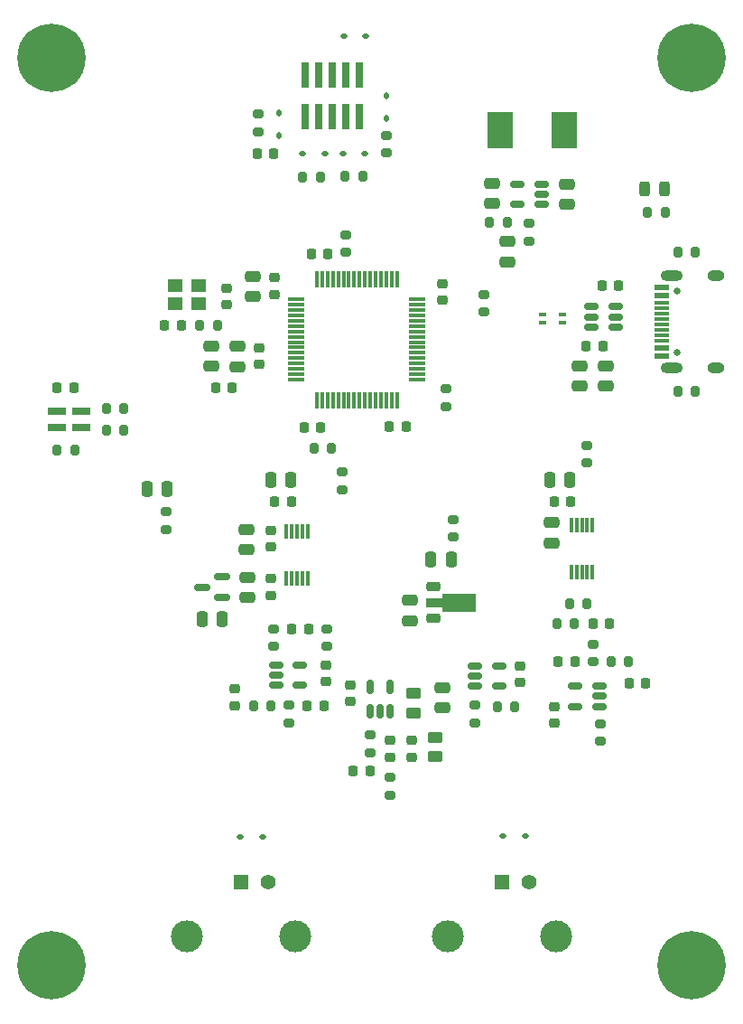
<source format=gbr>
%TF.GenerationSoftware,KiCad,Pcbnew,9.0.0*%
%TF.CreationDate,2025-12-13T14:21:09+02:00*%
%TF.ProjectId,mixed_signal_hw_pcb,6d697865-645f-4736-9967-6e616c5f6877,rev?*%
%TF.SameCoordinates,Original*%
%TF.FileFunction,Soldermask,Top*%
%TF.FilePolarity,Negative*%
%FSLAX46Y46*%
G04 Gerber Fmt 4.6, Leading zero omitted, Abs format (unit mm)*
G04 Created by KiCad (PCBNEW 9.0.0) date 2025-12-13 14:21:09*
%MOMM*%
%LPD*%
G01*
G04 APERTURE LIST*
G04 Aperture macros list*
%AMRoundRect*
0 Rectangle with rounded corners*
0 $1 Rounding radius*
0 $2 $3 $4 $5 $6 $7 $8 $9 X,Y pos of 4 corners*
0 Add a 4 corners polygon primitive as box body*
4,1,4,$2,$3,$4,$5,$6,$7,$8,$9,$2,$3,0*
0 Add four circle primitives for the rounded corners*
1,1,$1+$1,$2,$3*
1,1,$1+$1,$4,$5*
1,1,$1+$1,$6,$7*
1,1,$1+$1,$8,$9*
0 Add four rect primitives between the rounded corners*
20,1,$1+$1,$2,$3,$4,$5,0*
20,1,$1+$1,$4,$5,$6,$7,0*
20,1,$1+$1,$6,$7,$8,$9,0*
20,1,$1+$1,$8,$9,$2,$3,0*%
%AMFreePoly0*
4,1,9,3.862500,-0.866500,0.737500,-0.866500,0.737500,-0.450000,-0.737500,-0.450000,-0.737500,0.450000,0.737500,0.450000,0.737500,0.866500,3.862500,0.866500,3.862500,-0.866500,3.862500,-0.866500,$1*%
G04 Aperture macros list end*
%ADD10R,0.300000X1.450000*%
%ADD11RoundRect,0.200000X-0.275000X0.200000X-0.275000X-0.200000X0.275000X-0.200000X0.275000X0.200000X0*%
%ADD12RoundRect,0.225000X0.250000X-0.225000X0.250000X0.225000X-0.250000X0.225000X-0.250000X-0.225000X0*%
%ADD13RoundRect,0.250000X-0.475000X0.250000X-0.475000X-0.250000X0.475000X-0.250000X0.475000X0.250000X0*%
%ADD14RoundRect,0.218750X0.218750X0.256250X-0.218750X0.256250X-0.218750X-0.256250X0.218750X-0.256250X0*%
%ADD15RoundRect,0.250000X0.250000X0.475000X-0.250000X0.475000X-0.250000X-0.475000X0.250000X-0.475000X0*%
%ADD16RoundRect,0.225000X0.225000X0.250000X-0.225000X0.250000X-0.225000X-0.250000X0.225000X-0.250000X0*%
%ADD17RoundRect,0.225000X-0.425000X-0.225000X0.425000X-0.225000X0.425000X0.225000X-0.425000X0.225000X0*%
%ADD18FreePoly0,0.000000*%
%ADD19R,1.400000X1.400000*%
%ADD20C,1.400000*%
%ADD21C,3.000000*%
%ADD22RoundRect,0.200000X-0.200000X-0.275000X0.200000X-0.275000X0.200000X0.275000X-0.200000X0.275000X0*%
%ADD23RoundRect,0.200000X0.275000X-0.200000X0.275000X0.200000X-0.275000X0.200000X-0.275000X-0.200000X0*%
%ADD24RoundRect,0.250000X0.475000X-0.250000X0.475000X0.250000X-0.475000X0.250000X-0.475000X-0.250000X0*%
%ADD25R,1.752600X0.762000*%
%ADD26RoundRect,0.200000X0.200000X0.275000X-0.200000X0.275000X-0.200000X-0.275000X0.200000X-0.275000X0*%
%ADD27C,0.800000*%
%ADD28C,6.400000*%
%ADD29RoundRect,0.112500X0.187500X0.112500X-0.187500X0.112500X-0.187500X-0.112500X0.187500X-0.112500X0*%
%ADD30RoundRect,0.112500X-0.112500X0.187500X-0.112500X-0.187500X0.112500X-0.187500X0.112500X0.187500X0*%
%ADD31RoundRect,0.243750X0.243750X0.456250X-0.243750X0.456250X-0.243750X-0.456250X0.243750X-0.456250X0*%
%ADD32RoundRect,0.250000X-0.450000X0.262500X-0.450000X-0.262500X0.450000X-0.262500X0.450000X0.262500X0*%
%ADD33RoundRect,0.150000X-0.512500X-0.150000X0.512500X-0.150000X0.512500X0.150000X-0.512500X0.150000X0*%
%ADD34RoundRect,0.225000X-0.250000X0.225000X-0.250000X-0.225000X0.250000X-0.225000X0.250000X0.225000X0*%
%ADD35RoundRect,0.225000X-0.225000X-0.250000X0.225000X-0.250000X0.225000X0.250000X-0.225000X0.250000X0*%
%ADD36R,0.750000X0.400000*%
%ADD37RoundRect,0.112500X-0.187500X-0.112500X0.187500X-0.112500X0.187500X0.112500X-0.187500X0.112500X0*%
%ADD38RoundRect,0.150000X0.512500X0.150000X-0.512500X0.150000X-0.512500X-0.150000X0.512500X-0.150000X0*%
%ADD39R,0.740000X2.400000*%
%ADD40RoundRect,0.150000X0.150000X-0.512500X0.150000X0.512500X-0.150000X0.512500X-0.150000X-0.512500X0*%
%ADD41RoundRect,0.075000X-0.700000X-0.075000X0.700000X-0.075000X0.700000X0.075000X-0.700000X0.075000X0*%
%ADD42RoundRect,0.075000X-0.075000X-0.700000X0.075000X-0.700000X0.075000X0.700000X-0.075000X0.700000X0*%
%ADD43R,1.400000X1.200000*%
%ADD44C,0.650000*%
%ADD45R,1.450000X0.600000*%
%ADD46R,1.450000X0.300000*%
%ADD47O,2.100000X1.000000*%
%ADD48O,1.600000X1.000000*%
%ADD49RoundRect,0.112500X0.112500X-0.187500X0.112500X0.187500X-0.112500X0.187500X-0.112500X-0.187500X0*%
%ADD50R,2.350000X3.500000*%
%ADD51RoundRect,0.150000X0.587500X0.150000X-0.587500X0.150000X-0.587500X-0.150000X0.587500X-0.150000X0*%
%ADD52RoundRect,0.250000X0.450000X-0.262500X0.450000X0.262500X-0.450000X0.262500X-0.450000X-0.262500X0*%
G04 APERTURE END LIST*
D10*
%TO.C,U303*%
X86000000Y-79250000D03*
X86500000Y-79250000D03*
X87000000Y-79250000D03*
X87500000Y-79250000D03*
X88000000Y-79250000D03*
X88000000Y-74850000D03*
X87500000Y-74850000D03*
X87000000Y-74850000D03*
X86500000Y-74850000D03*
X86000000Y-74850000D03*
%TD*%
%TO.C,U400*%
X112712500Y-78675000D03*
X113212500Y-78675000D03*
X113712500Y-78675000D03*
X114212500Y-78675000D03*
X114712500Y-78675000D03*
X114712500Y-74275000D03*
X114212500Y-74275000D03*
X113712500Y-74275000D03*
X113212500Y-74275000D03*
X112712500Y-74275000D03*
%TD*%
D11*
%TO.C,R105*%
X103660000Y-91105000D03*
X103660000Y-92755000D03*
%TD*%
D12*
%TO.C,C201*%
X84870000Y-52625000D03*
X84870000Y-51075000D03*
%TD*%
D13*
%TO.C,C101*%
X113530000Y-59320000D03*
X113530000Y-61220000D03*
%TD*%
D14*
%TO.C,L100*%
X115687500Y-57480000D03*
X114112500Y-57480000D03*
%TD*%
D15*
%TO.C,C102*%
X101460000Y-77500000D03*
X99560000Y-77500000D03*
%TD*%
D16*
%TO.C,C303*%
X93812500Y-97240000D03*
X92262500Y-97240000D03*
%TD*%
D17*
%TO.C,U100*%
X99800000Y-80000000D03*
D18*
X99887500Y-81500000D03*
D17*
X99800000Y-83000000D03*
%TD*%
D19*
%TO.C,J300*%
X81710000Y-107700000D03*
D20*
X84250000Y-107700000D03*
D21*
X76630000Y-112780000D03*
X86790000Y-112780000D03*
%TD*%
D13*
%TO.C,C104*%
X105300000Y-42250000D03*
X105300000Y-44150000D03*
%TD*%
D22*
%TO.C,R402*%
X111377500Y-83510000D03*
X113027500Y-83510000D03*
%TD*%
D15*
%TO.C,C315*%
X86440000Y-70020000D03*
X84540000Y-70020000D03*
%TD*%
D11*
%TO.C,R308*%
X74760000Y-72990000D03*
X74760000Y-74640000D03*
%TD*%
D23*
%TO.C,R300*%
X95722500Y-99525000D03*
X95722500Y-97875000D03*
%TD*%
D16*
%TO.C,C405*%
X113032500Y-86995000D03*
X111482500Y-86995000D03*
%TD*%
D11*
%TO.C,R200*%
X91580000Y-47035000D03*
X91580000Y-48685000D03*
%TD*%
D24*
%TO.C,C106*%
X106690000Y-49570000D03*
X106690000Y-47670000D03*
%TD*%
D25*
%TO.C,D200*%
X64499400Y-63620000D03*
X66760000Y-63620000D03*
X66760000Y-65070000D03*
X64499400Y-65070000D03*
%TD*%
D16*
%TO.C,C314*%
X86465000Y-72020000D03*
X84915000Y-72020000D03*
%TD*%
D26*
%TO.C,R103*%
X121510000Y-44990000D03*
X119860000Y-44990000D03*
%TD*%
D13*
%TO.C,C105*%
X112300000Y-42300000D03*
X112300000Y-44200000D03*
%TD*%
D27*
%TO.C,H1*%
X61600000Y-30500000D03*
X62302944Y-28802944D03*
X62302944Y-32197056D03*
X64000000Y-28100000D03*
D28*
X64000000Y-30500000D03*
D27*
X64000000Y-32900000D03*
X65697056Y-28802944D03*
X65697056Y-32197056D03*
X66400000Y-30500000D03*
%TD*%
D29*
%TO.C,D300*%
X83800000Y-103500000D03*
X81700000Y-103500000D03*
%TD*%
D30*
%TO.C,D202*%
X95380000Y-34060000D03*
X95380000Y-36160000D03*
%TD*%
D11*
%TO.C,R303*%
X93812500Y-93915000D03*
X93812500Y-95565000D03*
%TD*%
D31*
%TO.C,D100*%
X121437500Y-42780000D03*
X119562500Y-42780000D03*
%TD*%
D13*
%TO.C,C402*%
X110887500Y-74025000D03*
X110887500Y-75925000D03*
%TD*%
D32*
%TO.C,R301*%
X99972500Y-94125000D03*
X99972500Y-95950000D03*
%TD*%
D33*
%TO.C,U301*%
X85015000Y-87350000D03*
X85015000Y-88300000D03*
X85015000Y-89250000D03*
X87290000Y-89250000D03*
X87290000Y-87350000D03*
%TD*%
D34*
%TO.C,C311*%
X84500000Y-74750000D03*
X84500000Y-76300000D03*
%TD*%
D12*
%TO.C,C305*%
X81190000Y-91145000D03*
X81190000Y-89595000D03*
%TD*%
D26*
%TO.C,R206*%
X70745000Y-65340000D03*
X69095000Y-65340000D03*
%TD*%
D23*
%TO.C,R101*%
X108790000Y-47645000D03*
X108790000Y-45995000D03*
%TD*%
D16*
%TO.C,C213*%
X117175000Y-51840000D03*
X115625000Y-51840000D03*
%TD*%
D26*
%TO.C,R305*%
X84547500Y-91175000D03*
X82897500Y-91175000D03*
%TD*%
D35*
%TO.C,C307*%
X86507500Y-84020000D03*
X88057500Y-84020000D03*
%TD*%
D34*
%TO.C,C313*%
X84500000Y-79275000D03*
X84500000Y-80825000D03*
%TD*%
D16*
%TO.C,C203*%
X97215000Y-65020000D03*
X95665000Y-65020000D03*
%TD*%
D15*
%TO.C,C309*%
X80000000Y-83050000D03*
X78100000Y-83050000D03*
%TD*%
D36*
%TO.C,FL200*%
X111895000Y-55280000D03*
X111895000Y-54480000D03*
X110045000Y-54480000D03*
X110045000Y-55280000D03*
%TD*%
D24*
%TO.C,C103*%
X97550000Y-83200000D03*
X97550000Y-81300000D03*
%TD*%
D35*
%TO.C,C403*%
X114765000Y-83510000D03*
X116315000Y-83510000D03*
%TD*%
D22*
%TO.C,R213*%
X122695000Y-48720000D03*
X124345000Y-48720000D03*
%TD*%
D35*
%TO.C,C205*%
X88325000Y-48880000D03*
X89875000Y-48880000D03*
%TD*%
D22*
%TO.C,R212*%
X122685000Y-61700000D03*
X124335000Y-61700000D03*
%TD*%
D37*
%TO.C,D201*%
X91362500Y-28460000D03*
X93462500Y-28460000D03*
%TD*%
D38*
%TO.C,U101*%
X109937500Y-44200000D03*
X109937500Y-43250000D03*
X109937500Y-42300000D03*
X107662500Y-42300000D03*
X107662500Y-44200000D03*
%TD*%
D26*
%TO.C,R207*%
X66160000Y-67230000D03*
X64510000Y-67230000D03*
%TD*%
D27*
%TO.C,H4*%
X61600000Y-115500000D03*
X62302944Y-113802944D03*
X62302944Y-117197056D03*
X64000000Y-113100000D03*
D28*
X64000000Y-115500000D03*
D27*
X64000000Y-117900000D03*
X65697056Y-113802944D03*
X65697056Y-117197056D03*
X66400000Y-115500000D03*
%TD*%
D33*
%TO.C,U305*%
X103665000Y-87460000D03*
X103665000Y-88410000D03*
X103665000Y-89360000D03*
X105940000Y-89360000D03*
X105940000Y-87460000D03*
%TD*%
D15*
%TO.C,C308*%
X74830000Y-70870000D03*
X72930000Y-70870000D03*
%TD*%
D24*
%TO.C,C207*%
X81430000Y-59395000D03*
X81430000Y-57495000D03*
%TD*%
D12*
%TO.C,C406*%
X111150000Y-92810000D03*
X111150000Y-91260000D03*
%TD*%
D29*
%TO.C,D203*%
X93380000Y-39460000D03*
X91280000Y-39460000D03*
%TD*%
D11*
%TO.C,R204*%
X100930000Y-61490000D03*
X100930000Y-63140000D03*
%TD*%
D26*
%TO.C,R201*%
X90215000Y-67020000D03*
X88565000Y-67020000D03*
%TD*%
D13*
%TO.C,C107*%
X100650000Y-89460000D03*
X100650000Y-91360000D03*
%TD*%
D12*
%TO.C,C302*%
X91992500Y-90765000D03*
X91992500Y-89215000D03*
%TD*%
D24*
%TO.C,C208*%
X78930000Y-59345000D03*
X78930000Y-57445000D03*
%TD*%
D23*
%TO.C,R203*%
X104490000Y-54270000D03*
X104490000Y-52620000D03*
%TD*%
%TO.C,R304*%
X86222500Y-92750000D03*
X86222500Y-91100000D03*
%TD*%
D16*
%TO.C,C202*%
X89215000Y-65070000D03*
X87665000Y-65070000D03*
%TD*%
D39*
%TO.C,J201*%
X92830000Y-32060000D03*
X92830000Y-35960000D03*
X91560000Y-32060000D03*
X91560000Y-35960000D03*
X90290000Y-32060000D03*
X90290000Y-35960000D03*
X89020000Y-32060000D03*
X89020000Y-35960000D03*
X87750000Y-32060000D03*
X87750000Y-35960000D03*
%TD*%
D40*
%TO.C,U300*%
X93847500Y-91700000D03*
X94797500Y-91700000D03*
X95747500Y-91700000D03*
X95747500Y-89425000D03*
X93847500Y-89425000D03*
%TD*%
D22*
%TO.C,R209*%
X91505000Y-41560000D03*
X93155000Y-41560000D03*
%TD*%
D14*
%TO.C,L200*%
X80915000Y-61360000D03*
X79340000Y-61360000D03*
%TD*%
D38*
%TO.C,U201*%
X116867500Y-55690000D03*
X116867500Y-54740000D03*
X116867500Y-53790000D03*
X114592500Y-53790000D03*
X114592500Y-54740000D03*
X114592500Y-55690000D03*
%TD*%
D41*
%TO.C,U200*%
X86935000Y-53110000D03*
X86935000Y-53610000D03*
X86935000Y-54110000D03*
X86935000Y-54610000D03*
X86935000Y-55110000D03*
X86935000Y-55610000D03*
X86935000Y-56110000D03*
X86935000Y-56610000D03*
X86935000Y-57110000D03*
X86935000Y-57610000D03*
X86935000Y-58110000D03*
X86935000Y-58610000D03*
X86935000Y-59110000D03*
X86935000Y-59610000D03*
X86935000Y-60110000D03*
X86935000Y-60610000D03*
D42*
X88860000Y-62535000D03*
X89360000Y-62535000D03*
X89860000Y-62535000D03*
X90360000Y-62535000D03*
X90860000Y-62535000D03*
X91360000Y-62535000D03*
X91860000Y-62535000D03*
X92360000Y-62535000D03*
X92860000Y-62535000D03*
X93360000Y-62535000D03*
X93860000Y-62535000D03*
X94360000Y-62535000D03*
X94860000Y-62535000D03*
X95360000Y-62535000D03*
X95860000Y-62535000D03*
X96360000Y-62535000D03*
D41*
X98285000Y-60610000D03*
X98285000Y-60110000D03*
X98285000Y-59610000D03*
X98285000Y-59110000D03*
X98285000Y-58610000D03*
X98285000Y-58110000D03*
X98285000Y-57610000D03*
X98285000Y-57110000D03*
X98285000Y-56610000D03*
X98285000Y-56110000D03*
X98285000Y-55610000D03*
X98285000Y-55110000D03*
X98285000Y-54610000D03*
X98285000Y-54110000D03*
X98285000Y-53610000D03*
X98285000Y-53110000D03*
D42*
X96360000Y-51185000D03*
X95860000Y-51185000D03*
X95360000Y-51185000D03*
X94860000Y-51185000D03*
X94360000Y-51185000D03*
X93860000Y-51185000D03*
X93360000Y-51185000D03*
X92860000Y-51185000D03*
X92360000Y-51185000D03*
X91860000Y-51185000D03*
X91360000Y-51185000D03*
X90860000Y-51185000D03*
X90360000Y-51185000D03*
X89860000Y-51185000D03*
X89360000Y-51185000D03*
X88860000Y-51185000D03*
%TD*%
D13*
%TO.C,C312*%
X82380000Y-79150000D03*
X82380000Y-81050000D03*
%TD*%
D12*
%TO.C,C206*%
X83430000Y-59170000D03*
X83430000Y-57620000D03*
%TD*%
D43*
%TO.C,Y200*%
X77800000Y-51790000D03*
X75600000Y-51790000D03*
X75600000Y-53490000D03*
X77800000Y-53490000D03*
%TD*%
D38*
%TO.C,U401*%
X115340000Y-91240000D03*
X115340000Y-90290000D03*
X115340000Y-89340000D03*
X113065000Y-89340000D03*
X113065000Y-91240000D03*
%TD*%
D44*
%TO.C,J200*%
X122640000Y-58080000D03*
X122640000Y-52300000D03*
D45*
X121195000Y-58440000D03*
X121195000Y-57640000D03*
D46*
X121195000Y-56440000D03*
X121195000Y-55440000D03*
X121195000Y-54940000D03*
X121195000Y-53940000D03*
D45*
X121195000Y-52740000D03*
X121195000Y-51940000D03*
X121195000Y-51940000D03*
X121195000Y-52740000D03*
D46*
X121195000Y-53440000D03*
X121195000Y-54440000D03*
X121195000Y-55940000D03*
X121195000Y-56940000D03*
D45*
X121195000Y-57640000D03*
X121195000Y-58440000D03*
D47*
X122110000Y-59510000D03*
D48*
X126290000Y-59510000D03*
D47*
X122110000Y-50870000D03*
D48*
X126290000Y-50870000D03*
%TD*%
D49*
%TO.C,D205*%
X85330000Y-37760000D03*
X85330000Y-35660000D03*
%TD*%
D26*
%TO.C,R102*%
X106715000Y-45920000D03*
X105065000Y-45920000D03*
%TD*%
D35*
%TO.C,C304*%
X87947500Y-91175000D03*
X89497500Y-91175000D03*
%TD*%
D12*
%TO.C,C108*%
X107920000Y-88995000D03*
X107920000Y-87445000D03*
%TD*%
D11*
%TO.C,R211*%
X83330000Y-35760000D03*
X83330000Y-37410000D03*
%TD*%
%TO.C,R100*%
X101610000Y-73715000D03*
X101610000Y-75365000D03*
%TD*%
D26*
%TO.C,R104*%
X107405000Y-91250000D03*
X105755000Y-91250000D03*
%TD*%
D37*
%TO.C,D204*%
X87530000Y-39460000D03*
X89630000Y-39460000D03*
%TD*%
D11*
%TO.C,R208*%
X95360000Y-37725000D03*
X95360000Y-39375000D03*
%TD*%
D13*
%TO.C,C310*%
X82250000Y-74650000D03*
X82250000Y-76550000D03*
%TD*%
D26*
%TO.C,R401*%
X114200000Y-81650000D03*
X112550000Y-81650000D03*
%TD*%
D11*
%TO.C,R405*%
X115472500Y-92850000D03*
X115472500Y-94500000D03*
%TD*%
D27*
%TO.C,H3*%
X121600000Y-115500000D03*
X122302944Y-113802944D03*
X122302944Y-117197056D03*
X124000000Y-113100000D03*
D28*
X124000000Y-115500000D03*
D27*
X124000000Y-117900000D03*
X125697056Y-113802944D03*
X125697056Y-117197056D03*
X126400000Y-115500000D03*
%TD*%
D19*
%TO.C,J400*%
X106236000Y-107700000D03*
D20*
X108776000Y-107700000D03*
D21*
X101156000Y-112780000D03*
X111316000Y-112780000D03*
%TD*%
D12*
%TO.C,C209*%
X80360000Y-53585000D03*
X80360000Y-52035000D03*
%TD*%
D22*
%TO.C,R404*%
X116457500Y-86995000D03*
X118107500Y-86995000D03*
%TD*%
D50*
%TO.C,L101*%
X106025000Y-37250000D03*
X112075000Y-37250000D03*
%TD*%
D12*
%TO.C,C301*%
X95722500Y-95975000D03*
X95722500Y-94425000D03*
%TD*%
D24*
%TO.C,C200*%
X82820000Y-52825000D03*
X82820000Y-50925000D03*
%TD*%
D15*
%TO.C,C400*%
X112587500Y-70025000D03*
X110687500Y-70025000D03*
%TD*%
D26*
%TO.C,R205*%
X70745000Y-63330000D03*
X69095000Y-63330000D03*
%TD*%
D51*
%TO.C,U302*%
X79937500Y-81000000D03*
X79937500Y-79100000D03*
X78062500Y-80050000D03*
%TD*%
D11*
%TO.C,R400*%
X114190000Y-66765000D03*
X114190000Y-68415000D03*
%TD*%
D16*
%TO.C,C210*%
X76135000Y-55535000D03*
X74585000Y-55535000D03*
%TD*%
D12*
%TO.C,C300*%
X97722500Y-95975000D03*
X97722500Y-94425000D03*
%TD*%
D35*
%TO.C,C404*%
X118130000Y-89060000D03*
X119680000Y-89060000D03*
%TD*%
D11*
%TO.C,R403*%
X114782500Y-85420000D03*
X114782500Y-87070000D03*
%TD*%
D35*
%TO.C,C212*%
X83285000Y-39450000D03*
X84835000Y-39450000D03*
%TD*%
%TO.C,C211*%
X64505000Y-61370000D03*
X66055000Y-61370000D03*
%TD*%
D27*
%TO.C,H2*%
X121600000Y-30500000D03*
X122302944Y-28802944D03*
X122302944Y-32197056D03*
X124000000Y-28100000D03*
D28*
X124000000Y-30500000D03*
D27*
X124000000Y-32900000D03*
X125697056Y-28802944D03*
X125697056Y-32197056D03*
X126400000Y-30500000D03*
%TD*%
D23*
%TO.C,R306*%
X84792500Y-85595000D03*
X84792500Y-83945000D03*
%TD*%
D13*
%TO.C,C100*%
X115980000Y-59340000D03*
X115980000Y-61240000D03*
%TD*%
D23*
%TO.C,R307*%
X89792500Y-85595000D03*
X89792500Y-83945000D03*
%TD*%
D12*
%TO.C,C306*%
X89670000Y-88895000D03*
X89670000Y-87345000D03*
%TD*%
D23*
%TO.C,R309*%
X91240000Y-70920000D03*
X91240000Y-69270000D03*
%TD*%
D34*
%TO.C,C204*%
X100600000Y-51605000D03*
X100600000Y-53155000D03*
%TD*%
D22*
%TO.C,R210*%
X87525000Y-41680000D03*
X89175000Y-41680000D03*
%TD*%
D29*
%TO.C,D400*%
X108377500Y-103400000D03*
X106277500Y-103400000D03*
%TD*%
D22*
%TO.C,R202*%
X77860000Y-55535000D03*
X79510000Y-55535000D03*
%TD*%
D52*
%TO.C,R302*%
X97910000Y-91845000D03*
X97910000Y-90020000D03*
%TD*%
D16*
%TO.C,C401*%
X112662500Y-72025000D03*
X111112500Y-72025000D03*
%TD*%
M02*

</source>
